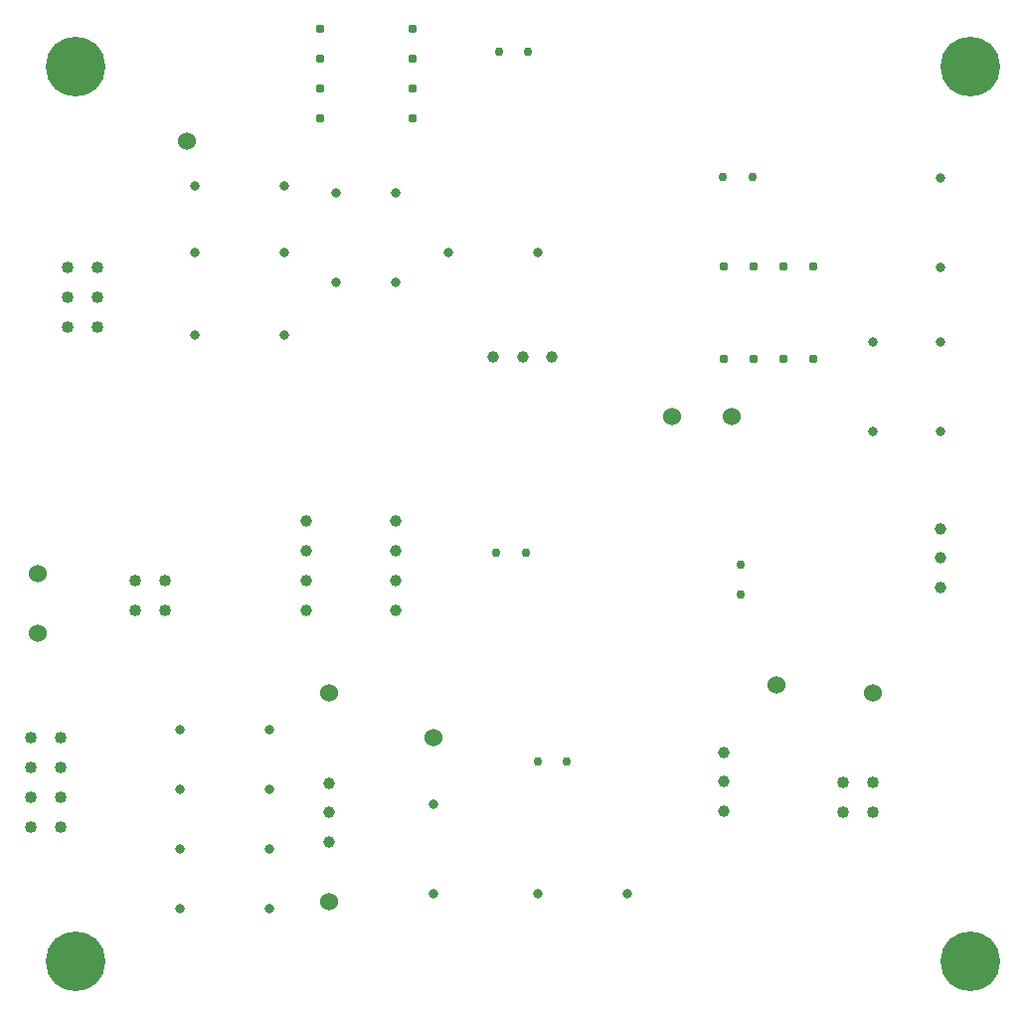
<source format=gbr>
G04 Layer_Color=0*
%FSLAX23Y23*%
%MOIN*%
%TF.FileFunction,Plated,1,2,PTH,Drill*%
%TF.Part,Single*%
G01*
G75*
%TA.AperFunction,OtherDrill,Pad Free-19 (1250mil,1250mil)*%
%ADD53C,0.200*%
%TA.AperFunction,OtherDrill,Pad Free-18 (4250mil,1250mil)*%
%ADD54C,0.200*%
%TA.AperFunction,OtherDrill,Pad Free-17 (4250mil,4250mil)*%
%ADD55C,0.200*%
%TA.AperFunction,OtherDrill,Pad Free-16 (1250mil,4250mil)*%
%ADD56C,0.200*%
%TA.AperFunction,OtherDrill,Pad Free-15 (1625mil,4000mil)*%
%ADD57C,0.060*%
%TA.AperFunction,OtherDrill,Pad Free-2 (3450mil,3075mil)*%
%ADD58C,0.060*%
%TA.AperFunction,OtherDrill,Pad Free-2 (3250mil,3075mil)*%
%ADD59C,0.060*%
%TA.AperFunction,OtherDrill,Pad Free-TP1 (3600mil,2175mil)*%
%ADD60C,0.060*%
%TA.AperFunction,OtherDrill,Pad Free-6 (3925mil,2150mil)*%
%ADD61C,0.060*%
%TA.AperFunction,OtherDrill,Pad Free-3 (1125mil,2350mil)*%
%ADD62C,0.060*%
%TA.AperFunction,OtherDrill,Pad Free-4 (1125mil,2550mil)*%
%ADD63C,0.060*%
%TA.AperFunction,OtherDrill,Pad Free-7 (2100mil,2150mil)*%
%ADD64C,0.060*%
%TA.AperFunction,OtherDrill,Pad Free-8 (2100mil,1450mil)*%
%ADD65C,0.060*%
%TA.AperFunction,OtherDrill,Pad Free-12 (2450mil,2000mil)*%
%ADD66C,0.060*%
%TA.AperFunction,ComponentDrill*%
%ADD67C,0.030*%
%ADD68C,0.030*%
%ADD69C,0.033*%
%ADD70C,0.033*%
%ADD71C,0.039*%
%ADD72C,0.040*%
%ADD73C,0.039*%
%ADD74C,0.031*%
%ADD75C,0.039*%
%ADD76C,0.031*%
D53*
X1250Y1250D02*
D03*
D54*
X4250Y1250D02*
D03*
D55*
X4250Y4250D02*
D03*
D56*
X1250Y4250D02*
D03*
D57*
X1625Y4000D02*
D03*
D58*
X3450Y3075D02*
D03*
D59*
X3250Y3075D02*
D03*
D60*
X3600Y2175D02*
D03*
D61*
X3925Y2150D02*
D03*
D62*
X1125Y2350D02*
D03*
D63*
X1125Y2550D02*
D03*
D64*
X2100Y2150D02*
D03*
D65*
X2100Y1450D02*
D03*
D66*
X2450Y2000D02*
D03*
D67*
X2662Y2620D02*
D03*
X2760D02*
D03*
X2800Y1920D02*
D03*
X2898D02*
D03*
X3520Y3880D02*
D03*
X3422D02*
D03*
X2769Y4300D02*
D03*
X2671D02*
D03*
D68*
X3480Y2480D02*
D03*
Y2578D02*
D03*
D69*
X2450Y1475D02*
D03*
Y1775D02*
D03*
X3925Y3025D02*
D03*
X4150D02*
D03*
Y3325D02*
D03*
Y3575D02*
D03*
X3925Y3325D02*
D03*
X4150Y3875D02*
D03*
X2325Y3825D02*
D03*
X2125D02*
D03*
Y3525D02*
D03*
X2325D02*
D03*
D70*
X1600Y1425D02*
D03*
Y1625D02*
D03*
Y1825D02*
D03*
Y2025D02*
D03*
X1900Y1825D02*
D03*
Y1625D02*
D03*
Y1425D02*
D03*
Y2025D02*
D03*
X2800Y1475D02*
D03*
X3100D02*
D03*
X1950Y3350D02*
D03*
Y3625D02*
D03*
Y3850D02*
D03*
X1650D02*
D03*
Y3625D02*
D03*
Y3350D02*
D03*
X2500Y3625D02*
D03*
X2800D02*
D03*
D71*
X2100Y1650D02*
D03*
Y1748D02*
D03*
Y1847D02*
D03*
X3425Y1753D02*
D03*
Y1852D02*
D03*
Y1950D02*
D03*
X4150Y2503D02*
D03*
Y2602D02*
D03*
Y2700D02*
D03*
D72*
X1200Y1700D02*
D03*
Y1800D02*
D03*
Y1900D02*
D03*
Y2000D02*
D03*
X1100D02*
D03*
Y1900D02*
D03*
Y1800D02*
D03*
Y1700D02*
D03*
X1550Y2425D02*
D03*
Y2525D02*
D03*
X1450D02*
D03*
Y2425D02*
D03*
X1325Y3375D02*
D03*
Y3475D02*
D03*
Y3575D02*
D03*
X1225D02*
D03*
Y3475D02*
D03*
Y3375D02*
D03*
X3825Y1750D02*
D03*
X3925D02*
D03*
Y1850D02*
D03*
X3825D02*
D03*
D73*
X2848Y3275D02*
D03*
X2750D02*
D03*
X2652D02*
D03*
D74*
X2380Y4075D02*
D03*
Y4175D02*
D03*
Y4275D02*
D03*
Y4375D02*
D03*
X2070D02*
D03*
Y4275D02*
D03*
Y4175D02*
D03*
Y4075D02*
D03*
D75*
X2325Y2425D02*
D03*
Y2525D02*
D03*
Y2625D02*
D03*
Y2725D02*
D03*
X2025D02*
D03*
Y2625D02*
D03*
Y2525D02*
D03*
Y2425D02*
D03*
D76*
X3425Y3270D02*
D03*
X3525D02*
D03*
X3625D02*
D03*
X3725D02*
D03*
Y3580D02*
D03*
X3625D02*
D03*
X3525D02*
D03*
X3425D02*
D03*
%TF.MD5,f388839064dfee6cbce5c70da0ef2fbb*%
M02*

</source>
